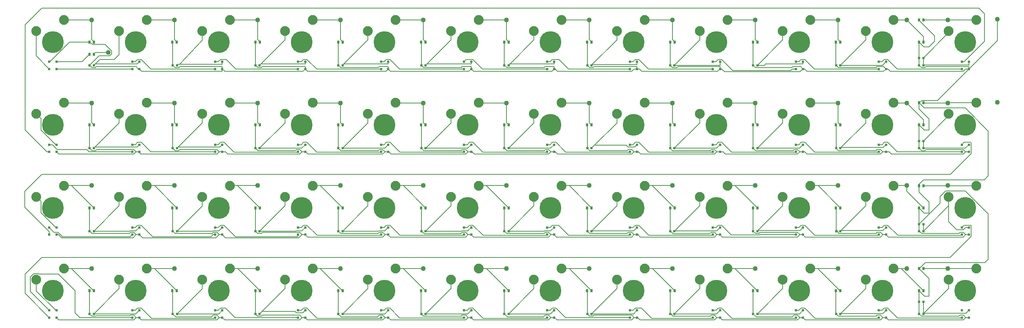
<source format=gbr>
G04 EAGLE Gerber RS-274X export*
G75*
%MOMM*%
%FSLAX34Y34*%
%LPD*%
%INTop Copper*%
%IPPOS*%
%AMOC8*
5,1,8,0,0,1.08239X$1,22.5*%
G01*
G04 Define Apertures*
%ADD10R,0.600000X0.600000*%
%ADD11R,0.560000X0.629100*%
%ADD12R,0.535100X0.644000*%
%ADD13C,5.003800*%
%ADD14C,2.247900*%
%ADD15C,1.108000*%
%ADD16C,0.152400*%
D10*
X97100Y27360D03*
X80700Y27360D03*
X97100Y43760D03*
X80700Y43760D03*
X1807028Y27360D03*
X1790628Y27360D03*
X1807028Y43760D03*
X1790628Y43760D03*
X1997020Y27360D03*
X1980620Y27360D03*
X1997020Y43760D03*
X1980620Y43760D03*
X2187012Y27360D03*
X2170612Y27360D03*
X2187012Y43760D03*
X2170612Y43760D03*
X97100Y217352D03*
X80700Y217352D03*
X97100Y233752D03*
X80700Y233752D03*
X287092Y217352D03*
X270692Y217352D03*
X287092Y233752D03*
X270692Y233752D03*
X477084Y217352D03*
X460684Y217352D03*
X477084Y233752D03*
X460684Y233752D03*
X667076Y217352D03*
X650676Y217352D03*
X667076Y233752D03*
X650676Y233752D03*
X857068Y217352D03*
X840668Y217352D03*
X857068Y233752D03*
X840668Y233752D03*
X1047060Y217352D03*
X1030660Y217352D03*
X1047060Y233752D03*
X1030660Y233752D03*
X1237052Y217352D03*
X1220652Y217352D03*
X1237052Y233752D03*
X1220652Y233752D03*
X287092Y27360D03*
X270692Y27360D03*
X287092Y43760D03*
X270692Y43760D03*
X1427044Y217352D03*
X1410644Y217352D03*
X1427044Y233752D03*
X1410644Y233752D03*
X1617036Y217352D03*
X1600636Y217352D03*
X1617036Y233752D03*
X1600636Y233752D03*
X1807028Y217352D03*
X1790628Y217352D03*
X1807028Y233752D03*
X1790628Y233752D03*
X1997020Y217352D03*
X1980620Y217352D03*
X1997020Y233752D03*
X1980620Y233752D03*
X2187012Y217352D03*
X2170612Y217352D03*
X2187012Y233752D03*
X2170612Y233752D03*
X97100Y407344D03*
X80700Y407344D03*
X97100Y423744D03*
X80700Y423744D03*
X287092Y407344D03*
X270692Y407344D03*
X287092Y423744D03*
X270692Y423744D03*
X477084Y407344D03*
X460684Y407344D03*
X477084Y423744D03*
X460684Y423744D03*
X667076Y407344D03*
X650676Y407344D03*
X667076Y423744D03*
X650676Y423744D03*
X857068Y407344D03*
X840668Y407344D03*
X857068Y423744D03*
X840668Y423744D03*
X477084Y27360D03*
X460684Y27360D03*
X477084Y43760D03*
X460684Y43760D03*
X1047060Y407344D03*
X1030660Y407344D03*
X1047060Y423744D03*
X1030660Y423744D03*
X1237052Y407344D03*
X1220652Y407344D03*
X1237052Y423744D03*
X1220652Y423744D03*
X1427044Y407344D03*
X1410644Y407344D03*
X1427044Y423744D03*
X1410644Y423744D03*
X1617036Y407344D03*
X1600636Y407344D03*
X1617036Y423744D03*
X1600636Y423744D03*
X1807028Y407344D03*
X1790628Y407344D03*
X1807028Y423744D03*
X1790628Y423744D03*
X1997020Y407344D03*
X1980620Y407344D03*
X1997020Y423744D03*
X1980620Y423744D03*
X2187012Y407344D03*
X2170612Y407344D03*
X2187012Y423744D03*
X2170612Y423744D03*
X80700Y613736D03*
X97100Y613736D03*
X80700Y597336D03*
X97100Y597336D03*
X287092Y597336D03*
X270692Y597336D03*
X287092Y613736D03*
X270692Y613736D03*
X477084Y597336D03*
X460684Y597336D03*
X477084Y613736D03*
X460684Y613736D03*
X667076Y27360D03*
X650676Y27360D03*
X667076Y43760D03*
X650676Y43760D03*
X667076Y597336D03*
X650676Y597336D03*
X667076Y613736D03*
X650676Y613736D03*
X857068Y597336D03*
X840668Y597336D03*
X857068Y613736D03*
X840668Y613736D03*
X1047060Y597336D03*
X1030660Y597336D03*
X1047060Y613736D03*
X1030660Y613736D03*
X1237052Y597336D03*
X1220652Y597336D03*
X1237052Y613736D03*
X1220652Y613736D03*
X1427044Y597336D03*
X1410644Y597336D03*
X1427044Y613736D03*
X1410644Y613736D03*
X1617036Y597336D03*
X1600636Y597336D03*
X1617036Y613736D03*
X1600636Y613736D03*
X1807028Y597336D03*
X1790628Y597336D03*
X1807028Y613736D03*
X1790628Y613736D03*
X1997020Y597336D03*
X1980620Y597336D03*
X1997020Y613736D03*
X1980620Y613736D03*
X2187012Y597336D03*
X2170612Y597336D03*
X2187012Y613736D03*
X2170612Y613736D03*
X857068Y27360D03*
X840668Y27360D03*
X857068Y43760D03*
X840668Y43760D03*
X1047060Y27360D03*
X1030660Y27360D03*
X1047060Y43760D03*
X1030660Y43760D03*
X1237052Y27360D03*
X1220652Y27360D03*
X1237052Y43760D03*
X1220652Y43760D03*
X1427044Y27360D03*
X1410644Y27360D03*
X1427044Y43760D03*
X1410644Y43760D03*
X1617036Y27360D03*
X1600636Y27360D03*
X1617036Y43760D03*
X1600636Y43760D03*
D11*
X172954Y35560D03*
X182646Y35560D03*
X1882882Y35560D03*
X1892574Y35560D03*
X2072874Y63500D03*
X2082566Y63500D03*
X2072874Y35560D03*
X2082566Y35560D03*
X172954Y225552D03*
X182646Y225552D03*
X363454Y225552D03*
X373146Y225552D03*
X552938Y225552D03*
X562630Y225552D03*
X742930Y225552D03*
X752622Y225552D03*
X932922Y225552D03*
X942614Y225552D03*
X1122914Y225552D03*
X1132606Y225552D03*
X1312906Y225552D03*
X1322598Y225552D03*
X363454Y35560D03*
X373146Y35560D03*
X1502898Y225552D03*
X1512590Y225552D03*
X1692890Y225552D03*
X1702582Y225552D03*
X1882882Y225552D03*
X1892574Y225552D03*
X2072874Y241300D03*
X2082566Y241300D03*
X2072874Y225552D03*
X2082566Y225552D03*
X172954Y415544D03*
X182646Y415544D03*
X363454Y415544D03*
X373146Y415544D03*
X552938Y415544D03*
X562630Y415544D03*
X742930Y415544D03*
X752622Y415544D03*
X932922Y415544D03*
X942614Y415544D03*
X552938Y35560D03*
X562630Y35560D03*
X1122914Y415544D03*
X1132606Y415544D03*
X1312906Y415544D03*
X1322598Y415544D03*
X1502898Y415544D03*
X1512590Y415544D03*
X1692890Y415544D03*
X1702582Y415544D03*
X1882882Y415544D03*
X1892574Y415544D03*
X2072874Y431800D03*
X2082566Y431800D03*
X2072874Y415544D03*
X2082566Y415544D03*
X172954Y605536D03*
X182646Y605536D03*
X363454Y605536D03*
X373146Y605536D03*
X552938Y605536D03*
X562630Y605536D03*
X742930Y35560D03*
X752622Y35560D03*
X742930Y605536D03*
X752622Y605536D03*
X932922Y605536D03*
X942614Y605536D03*
X1122914Y605536D03*
X1132606Y605536D03*
X1312906Y605536D03*
X1322598Y605536D03*
X1502898Y605536D03*
X1512590Y605536D03*
X1692890Y605536D03*
X1702582Y605536D03*
X1882882Y605536D03*
X1892574Y605536D03*
X2072874Y622300D03*
X2082566Y622300D03*
X2072874Y605536D03*
X2082566Y605536D03*
X932922Y35560D03*
X942614Y35560D03*
X1122914Y35560D03*
X1132606Y35560D03*
X1312906Y35560D03*
X1322598Y35560D03*
X1502898Y35560D03*
X1512590Y35560D03*
X1692890Y35560D03*
X1702582Y35560D03*
D12*
X172725Y88900D03*
X182875Y88900D03*
X1882653Y88900D03*
X1892803Y88900D03*
X2072645Y88900D03*
X2082795Y88900D03*
X2072645Y139700D03*
X2082795Y139700D03*
X172725Y278892D03*
X182875Y278892D03*
X362717Y278892D03*
X372867Y278892D03*
X552709Y278892D03*
X562859Y278892D03*
X742701Y278892D03*
X752851Y278892D03*
X932693Y278892D03*
X942843Y278892D03*
X1122685Y278892D03*
X1132835Y278892D03*
X1312677Y278892D03*
X1322827Y278892D03*
X362717Y88900D03*
X372867Y88900D03*
X1502669Y278892D03*
X1512819Y278892D03*
X1692661Y278892D03*
X1702811Y278892D03*
X1882653Y278892D03*
X1892803Y278892D03*
X2072645Y278892D03*
X2082795Y278892D03*
X2072645Y329692D03*
X2082795Y329692D03*
X172725Y468884D03*
X182875Y468884D03*
X362717Y468884D03*
X372867Y468884D03*
X552709Y468884D03*
X562859Y468884D03*
X742701Y468884D03*
X752851Y468884D03*
X932693Y468884D03*
X942843Y468884D03*
X552709Y88900D03*
X562859Y88900D03*
X1122685Y468884D03*
X1132835Y468884D03*
X1312677Y468884D03*
X1322827Y468884D03*
X1502669Y468884D03*
X1512819Y468884D03*
X1692661Y468884D03*
X1702811Y468884D03*
X1882653Y468884D03*
X1892803Y468884D03*
X2072645Y468884D03*
X2082795Y468884D03*
X2072645Y519684D03*
X2082795Y519684D03*
X172725Y658876D03*
X182875Y658876D03*
X362717Y658876D03*
X372867Y658876D03*
X552709Y658876D03*
X562859Y658876D03*
X742701Y88900D03*
X752851Y88900D03*
X742701Y658876D03*
X752851Y658876D03*
X932693Y658876D03*
X942843Y658876D03*
X1122685Y658876D03*
X1132835Y658876D03*
X1312677Y658876D03*
X1322827Y658876D03*
X1502669Y658876D03*
X1512819Y658876D03*
X1692661Y658876D03*
X1702811Y658876D03*
X1882653Y658876D03*
X1892803Y658876D03*
X2072645Y658876D03*
X2082795Y658876D03*
X2072645Y709676D03*
X2082795Y709676D03*
X172725Y630936D03*
X182875Y630936D03*
X932693Y88900D03*
X942843Y88900D03*
X1122685Y88900D03*
X1132835Y88900D03*
X1312677Y88900D03*
X1322827Y88900D03*
X1502669Y88900D03*
X1512819Y88900D03*
X1692661Y88900D03*
X1702811Y88900D03*
D13*
X88900Y88900D03*
D14*
X50800Y114300D03*
X114300Y139700D03*
D13*
X1798828Y88900D03*
D14*
X1760728Y114300D03*
X1824228Y139700D03*
D13*
X1988820Y88900D03*
D14*
X1950720Y114300D03*
X2014220Y139700D03*
D13*
X2178812Y88900D03*
D14*
X2140712Y114300D03*
X2204212Y139700D03*
D13*
X88900Y278892D03*
D14*
X50800Y304292D03*
X114300Y329692D03*
D13*
X278892Y278892D03*
D14*
X240792Y304292D03*
X304292Y329692D03*
D13*
X468884Y278892D03*
D14*
X430784Y304292D03*
X494284Y329692D03*
D13*
X658876Y278892D03*
D14*
X620776Y304292D03*
X684276Y329692D03*
D13*
X848868Y278892D03*
D14*
X810768Y304292D03*
X874268Y329692D03*
D13*
X1038860Y278892D03*
D14*
X1000760Y304292D03*
X1064260Y329692D03*
D13*
X1228852Y278892D03*
D14*
X1190752Y304292D03*
X1254252Y329692D03*
D13*
X278892Y88900D03*
D14*
X240792Y114300D03*
X304292Y139700D03*
D13*
X1418844Y278892D03*
D14*
X1380744Y304292D03*
X1444244Y329692D03*
D13*
X1608836Y278892D03*
D14*
X1570736Y304292D03*
X1634236Y329692D03*
D13*
X1798828Y278892D03*
D14*
X1760728Y304292D03*
X1824228Y329692D03*
D13*
X1988820Y278892D03*
D14*
X1950720Y304292D03*
X2014220Y329692D03*
D13*
X2178812Y278892D03*
D14*
X2140712Y304292D03*
X2204212Y329692D03*
D13*
X88900Y468884D03*
D14*
X50800Y494284D03*
X114300Y519684D03*
D13*
X278892Y468884D03*
D14*
X240792Y494284D03*
X304292Y519684D03*
D13*
X468884Y468884D03*
D14*
X430784Y494284D03*
X494284Y519684D03*
D13*
X658876Y468884D03*
D14*
X620776Y494284D03*
X684276Y519684D03*
D13*
X848868Y468884D03*
D14*
X810768Y494284D03*
X874268Y519684D03*
D13*
X468884Y88900D03*
D14*
X430784Y114300D03*
X494284Y139700D03*
D13*
X1038860Y468884D03*
D14*
X1000760Y494284D03*
X1064260Y519684D03*
D13*
X1228852Y468884D03*
D14*
X1190752Y494284D03*
X1254252Y519684D03*
D13*
X1418844Y468884D03*
D14*
X1380744Y494284D03*
X1444244Y519684D03*
D13*
X1608836Y468884D03*
D14*
X1570736Y494284D03*
X1634236Y519684D03*
D13*
X1798828Y468884D03*
D14*
X1760728Y494284D03*
X1824228Y519684D03*
D13*
X1988820Y468884D03*
D14*
X1950720Y494284D03*
X2014220Y519684D03*
D13*
X2178812Y468884D03*
D14*
X2140712Y494284D03*
X2204212Y519684D03*
D13*
X88900Y658876D03*
D14*
X50800Y684276D03*
X114300Y709676D03*
D13*
X278892Y658876D03*
D14*
X240792Y684276D03*
X304292Y709676D03*
D13*
X468884Y658876D03*
D14*
X430784Y684276D03*
X494284Y709676D03*
D13*
X658876Y88900D03*
D14*
X620776Y114300D03*
X684276Y139700D03*
D13*
X658876Y658876D03*
D14*
X620776Y684276D03*
X684276Y709676D03*
D13*
X848868Y658876D03*
D14*
X810768Y684276D03*
X874268Y709676D03*
D13*
X1038860Y658876D03*
D14*
X1000760Y684276D03*
X1064260Y709676D03*
D13*
X1228852Y658876D03*
D14*
X1190752Y684276D03*
X1254252Y709676D03*
D13*
X1418844Y658876D03*
D14*
X1380744Y684276D03*
X1444244Y709676D03*
D13*
X1608836Y658876D03*
D14*
X1570736Y684276D03*
X1634236Y709676D03*
D13*
X1798828Y658876D03*
D14*
X1760728Y684276D03*
X1824228Y709676D03*
D13*
X1988820Y658876D03*
D14*
X1950720Y684276D03*
X2014220Y709676D03*
D13*
X2178812Y658876D03*
D14*
X2140712Y684276D03*
X2204212Y709676D03*
D13*
X848868Y88900D03*
D14*
X810768Y114300D03*
X874268Y139700D03*
D13*
X1038860Y88900D03*
D14*
X1000760Y114300D03*
X1064260Y139700D03*
D13*
X1228852Y88900D03*
D14*
X1190752Y114300D03*
X1254252Y139700D03*
D13*
X1418844Y88900D03*
D14*
X1380744Y114300D03*
X1444244Y139700D03*
D13*
X1608836Y88900D03*
D14*
X1570736Y114300D03*
X1634236Y139700D03*
D15*
X747776Y519430D03*
X557784Y519430D03*
X367792Y519430D03*
X177800Y519430D03*
X2138680Y709930D03*
X2044700Y709930D03*
X1887728Y709930D03*
X1697736Y709930D03*
X1507744Y709930D03*
X1317752Y709930D03*
X1127760Y709930D03*
X937768Y709930D03*
X747776Y709930D03*
X557784Y709930D03*
X367792Y709930D03*
X177800Y709930D03*
X2251964Y711200D03*
X2251964Y520700D03*
X1507744Y330200D03*
X1317752Y330200D03*
X1127760Y330200D03*
X937768Y330200D03*
X747776Y330200D03*
X557784Y330200D03*
X367792Y330200D03*
X177800Y330200D03*
X2138680Y519430D03*
X2044700Y519430D03*
X1887728Y519430D03*
X1697736Y519430D03*
X1507744Y519430D03*
X1317752Y519430D03*
X1127760Y519430D03*
X937768Y519430D03*
X2138680Y139700D03*
X2044700Y139700D03*
X1887728Y139700D03*
X1697736Y139700D03*
X1507744Y139700D03*
X1317752Y139700D03*
X1127760Y139700D03*
X937768Y139700D03*
X747776Y139700D03*
X557784Y139700D03*
X367792Y139700D03*
X177800Y139700D03*
X2138680Y330200D03*
X2044700Y330200D03*
X1887728Y330200D03*
X1697736Y330200D03*
X215900Y635000D03*
D16*
X172954Y88671D02*
X172954Y35560D01*
X172954Y88671D02*
X172725Y88900D01*
X363454Y88163D02*
X363454Y35560D01*
X363454Y88163D02*
X362717Y88900D01*
X742930Y88671D02*
X742930Y35560D01*
X742930Y88671D02*
X742701Y88900D01*
X932693Y35789D02*
X932922Y35560D01*
X932693Y35789D02*
X932693Y88900D01*
X1122914Y88671D02*
X1122914Y35560D01*
X1122914Y88671D02*
X1122685Y88900D01*
X1312906Y88671D02*
X1312906Y35560D01*
X1312906Y88671D02*
X1312677Y88900D01*
X1502898Y88671D02*
X1502898Y38100D01*
X1502898Y35560D01*
X1502898Y88671D02*
X1502669Y88900D01*
X1692661Y35789D02*
X1692890Y35560D01*
X1692661Y35789D02*
X1692661Y88900D01*
X1882653Y35789D02*
X1882882Y35560D01*
X1882653Y35789D02*
X1882653Y88900D01*
X2072874Y63500D02*
X2072874Y35560D01*
X2072874Y63500D02*
X2072645Y63729D01*
X2072645Y88900D01*
X2085345Y76200D01*
X2095500Y76200D01*
X2095500Y116845D01*
X2072645Y139700D01*
X172954Y225552D02*
X172954Y226066D01*
X172954Y278663D01*
X172725Y278892D01*
X363454Y278155D02*
X363454Y225552D01*
X363454Y278155D02*
X362717Y278892D01*
X552938Y278663D02*
X552938Y225552D01*
X552938Y278663D02*
X552709Y278892D01*
X742930Y278663D02*
X742930Y225552D01*
X742930Y278663D02*
X742701Y278892D01*
X932922Y278663D02*
X932922Y225552D01*
X932922Y278663D02*
X932693Y278892D01*
X1122914Y278663D02*
X1122914Y225552D01*
X1122914Y278663D02*
X1122685Y278892D01*
X1312906Y278663D02*
X1312906Y225552D01*
X1312906Y278663D02*
X1312677Y278892D01*
X1502898Y278663D02*
X1502898Y226066D01*
X1502898Y225552D01*
X1502898Y278663D02*
X1502669Y278892D01*
X1692890Y278663D02*
X1692890Y225552D01*
X1692890Y278663D02*
X1692661Y278892D01*
X1882882Y278663D02*
X1882882Y228600D01*
X1882882Y225552D01*
X1882882Y278663D02*
X1882653Y278892D01*
X2072645Y278892D02*
X2072645Y241529D01*
X2072874Y241300D01*
X2072874Y225552D01*
X2084837Y266700D02*
X2072645Y278892D01*
X2084837Y266700D02*
X2095500Y266700D01*
X2095500Y292100D01*
X2072645Y314955D02*
X2072645Y329692D01*
X2072645Y314955D02*
X2095500Y292100D01*
X172954Y415544D02*
X172954Y468655D01*
X172725Y468884D01*
X363454Y468147D02*
X363454Y415544D01*
X363454Y468147D02*
X362717Y468884D01*
X363454Y605536D02*
X363454Y658139D01*
X362717Y658876D01*
X552938Y658647D02*
X552938Y605536D01*
X552938Y658647D02*
X552709Y658876D01*
X552938Y468655D02*
X552938Y415544D01*
X552938Y468655D02*
X552709Y468884D01*
X742930Y605536D02*
X742930Y658647D01*
X742701Y658876D01*
X742930Y468655D02*
X742930Y415544D01*
X742930Y468655D02*
X742701Y468884D01*
X932922Y468655D02*
X932922Y415544D01*
X932922Y468655D02*
X932693Y468884D01*
X932922Y605536D02*
X932922Y658647D01*
X932693Y658876D01*
X1122914Y468655D02*
X1122914Y415544D01*
X1122914Y468655D02*
X1122685Y468884D01*
X1122914Y605536D02*
X1122914Y658647D01*
X1122685Y658876D01*
X1312906Y658647D02*
X1312906Y605536D01*
X1312906Y658647D02*
X1312677Y658876D01*
X1312906Y468655D02*
X1312906Y415544D01*
X1312906Y468655D02*
X1312677Y468884D01*
X1502898Y468655D02*
X1502898Y415544D01*
X1502898Y468655D02*
X1502669Y468884D01*
X1502898Y605536D02*
X1502898Y658647D01*
X1502669Y658876D01*
X1692890Y658647D02*
X1692890Y605536D01*
X1692890Y658647D02*
X1692661Y658876D01*
X1692890Y468655D02*
X1692890Y415544D01*
X1692890Y468655D02*
X1692661Y468884D01*
X1882882Y468655D02*
X1882882Y415544D01*
X1882882Y468655D02*
X1882653Y468884D01*
X1882653Y605765D02*
X1882653Y658876D01*
X1882653Y605765D02*
X1882882Y605536D01*
X2072874Y431800D02*
X2072874Y415544D01*
X2072874Y431800D02*
X2072645Y432029D01*
X2072645Y468884D01*
X2072874Y605536D02*
X2072874Y622300D01*
X2072645Y622529D01*
X2072645Y658876D01*
X2072645Y468884D02*
X2084329Y457200D01*
X2095500Y457200D01*
X2072645Y505455D02*
X2072645Y519684D01*
X2083821Y647700D02*
X2072645Y658876D01*
X2083821Y647700D02*
X2095500Y647700D01*
X2108200Y660400D01*
X2108200Y673100D01*
X2072645Y708655D01*
X2072645Y709676D01*
X2095500Y482600D02*
X2095500Y457200D01*
X2095500Y482600D02*
X2072645Y505455D01*
X194592Y627174D02*
X172954Y605536D01*
X179253Y653370D02*
X173747Y658876D01*
X172725Y658876D01*
X194592Y627174D02*
X219142Y627174D01*
X223726Y631758D01*
X223726Y638242D01*
X208598Y653370D01*
X179253Y653370D01*
X172725Y658876D02*
X127515Y658876D01*
X82375Y613736D01*
X80700Y613736D01*
X178899Y600105D02*
X186393Y600105D01*
X173468Y605536D02*
X172954Y605536D01*
X173468Y605536D02*
X178899Y600105D01*
X186393Y600105D02*
X188910Y602622D01*
X279400Y602622D01*
X477084Y602622D02*
X477084Y597336D01*
X477084Y602622D02*
X380537Y602622D01*
X378020Y600105D01*
X368886Y600105D01*
X363454Y605536D01*
X287092Y597336D02*
X284686Y597336D01*
X279400Y602622D01*
X287092Y597336D02*
X287353Y597336D01*
X477084Y597336D02*
X477084Y592050D01*
X292639Y592050D02*
X287353Y597336D01*
X292639Y592050D02*
X477084Y592050D01*
X667076Y597336D02*
X667076Y602622D01*
X553452Y605536D02*
X552938Y605536D01*
X558883Y600105D02*
X566377Y600105D01*
X558883Y600105D02*
X553452Y605536D01*
X568894Y602622D02*
X667076Y602622D01*
X568894Y602622D02*
X566377Y600105D01*
X836721Y602622D02*
X857068Y602622D01*
X857068Y597336D01*
X836721Y602622D02*
X834204Y600105D01*
X748362Y600105D01*
X742930Y605536D01*
X1024196Y600105D02*
X1026713Y602622D01*
X1024196Y600105D02*
X938354Y600105D01*
X932922Y605536D01*
X1047060Y602622D02*
X1047060Y597336D01*
X1047060Y602622D02*
X1026713Y602622D01*
X1237052Y602622D02*
X1237052Y597336D01*
X1237052Y602622D02*
X1216705Y602622D01*
X1214188Y600105D01*
X1128346Y600105D01*
X1122914Y605536D01*
X667076Y597336D02*
X661790Y592050D01*
X482370Y592050D01*
X477084Y597336D01*
X851782Y592050D02*
X857068Y597336D01*
X672362Y592050D02*
X667076Y597336D01*
X672362Y592050D02*
X851782Y592050D01*
X1041774Y592050D02*
X1047060Y597336D01*
X862354Y592050D02*
X857068Y597336D01*
X862354Y592050D02*
X1041774Y592050D01*
X1047060Y597336D02*
X1052346Y592050D01*
X1231766Y592050D01*
X1237052Y597336D01*
X1427044Y597336D02*
X1427044Y602622D01*
X1328862Y602622D01*
X1326345Y600105D01*
X1318338Y600105D01*
X1312906Y605536D01*
X1419877Y597336D02*
X1427044Y597336D01*
X1419877Y597336D02*
X1414591Y592050D01*
X1611750Y592050D02*
X1617036Y597336D01*
X1617036Y602622D01*
X1520489Y602622D01*
X1518251Y600384D01*
X1516616Y600384D01*
X1239853Y597336D02*
X1237052Y597336D01*
X1239853Y597336D02*
X1245139Y592050D01*
X1414591Y592050D01*
X1427044Y597336D02*
X1432564Y597336D01*
X1437850Y592050D01*
X1611750Y592050D01*
X1516616Y600384D02*
X1516337Y600105D01*
X1508330Y600105D02*
X1502898Y605536D01*
X1508330Y600105D02*
X1516337Y600105D01*
X1692890Y605536D02*
X1698322Y600105D01*
X1800496Y590804D02*
X1807028Y597336D01*
X1811353Y597336D02*
X1816639Y592050D01*
X1888314Y600105D02*
X1974156Y600105D01*
X1888314Y600105D02*
X1882882Y605536D01*
X1991734Y592050D02*
X1997020Y597336D01*
X1991734Y592050D02*
X1816639Y592050D01*
X1811353Y597336D02*
X1807028Y597336D01*
X2179845Y597336D02*
X2187012Y597336D01*
X2187012Y602622D01*
X2088830Y602622D01*
X2086313Y600105D01*
X2078306Y600105D01*
X2072874Y605536D01*
X2187012Y597336D02*
X2251964Y662288D01*
X2251964Y711200D01*
X2073667Y519684D02*
X2072645Y519684D01*
X2073667Y519684D02*
X2079173Y525190D01*
X2114866Y525190D02*
X2187012Y597336D01*
X2114866Y525190D02*
X2079173Y525190D01*
X2073388Y415544D02*
X2072874Y415544D01*
X2073388Y415544D02*
X2078819Y410113D01*
X2231390Y454921D02*
X2231390Y352108D01*
X2198610Y343218D02*
X2198292Y342900D01*
X2082800Y342900D01*
X2198610Y343218D02*
X2222500Y343218D01*
X2082800Y342900D02*
X2072645Y332745D01*
X2072645Y329692D01*
X2072874Y225552D02*
X2073388Y225552D01*
X2078819Y220121D01*
X2231390Y264929D02*
X2231390Y161290D01*
X2223326Y153226D01*
X2073667Y139700D02*
X2072645Y139700D01*
X2087192Y153226D02*
X2223326Y153226D01*
X2087192Y153226D02*
X2073667Y139700D01*
X2231390Y264929D02*
X2178819Y317500D01*
X274639Y402058D02*
X102386Y402058D01*
X97100Y407344D01*
X274639Y402058D02*
X279925Y407344D01*
X287092Y407344D01*
X279925Y407344D02*
X274639Y412630D01*
X188910Y412630D01*
X186393Y410113D01*
X178386Y410113D01*
X172954Y415544D01*
X464631Y402058D02*
X469917Y407344D01*
X477084Y407344D01*
X469917Y407344D02*
X464631Y412630D01*
X379410Y412630D01*
X376893Y410113D01*
X368886Y410113D01*
X363454Y415544D01*
X654623Y402058D02*
X659909Y407344D01*
X484149Y407344D02*
X477084Y407344D01*
X484149Y407344D02*
X489435Y402058D01*
X654623Y402058D01*
X654623Y412630D02*
X646729Y412630D01*
X659909Y407344D02*
X667076Y407344D01*
X643547Y409448D02*
X559034Y409448D01*
X654623Y412630D02*
X659909Y407344D01*
X646729Y412630D02*
X643547Y409448D01*
X559034Y409448D02*
X552938Y415544D01*
X667076Y407344D02*
X667845Y407344D01*
X844615Y402058D02*
X849901Y407344D01*
X673131Y402058D02*
X667845Y407344D01*
X673131Y402058D02*
X844615Y402058D01*
X849901Y407344D02*
X857068Y407344D01*
X834204Y410113D02*
X748362Y410113D01*
X742930Y415544D01*
X836721Y412630D02*
X844615Y412630D01*
X849901Y407344D01*
X836721Y412630D02*
X834204Y410113D01*
X1034607Y402058D02*
X1039893Y407344D01*
X858345Y407344D02*
X857068Y407344D01*
X858345Y407344D02*
X863631Y402058D01*
X1034607Y402058D01*
X1034607Y412630D02*
X1026713Y412630D01*
X1039893Y407344D02*
X1047060Y407344D01*
X1039893Y407344D02*
X1034607Y412630D01*
X1026713Y412630D02*
X1024196Y410113D01*
X938354Y410113D01*
X932922Y415544D01*
X1224599Y402058D02*
X1229885Y407344D01*
X1048845Y407344D02*
X1047060Y407344D01*
X1048845Y407344D02*
X1054131Y402058D01*
X1224599Y402058D01*
X1224599Y412630D02*
X1216705Y412630D01*
X1229885Y407344D02*
X1237052Y407344D01*
X1229885Y407344D02*
X1224599Y412630D01*
X1216705Y412630D02*
X1214188Y410113D01*
X1128346Y410113D01*
X1122914Y415544D01*
X1414591Y402058D02*
X1419877Y407344D01*
X1239345Y407344D02*
X1237052Y407344D01*
X1239345Y407344D02*
X1244631Y402058D01*
X1414591Y402058D01*
X1414591Y412630D02*
X1406697Y412630D01*
X1419877Y407344D02*
X1427044Y407344D01*
X1419877Y407344D02*
X1414591Y412630D01*
X1406697Y412630D02*
X1404180Y410113D01*
X1318338Y410113D01*
X1312906Y415544D01*
X1427044Y407344D02*
X1429845Y407344D01*
X1604583Y402058D02*
X1609869Y407344D01*
X1604583Y402058D02*
X1435131Y402058D01*
X1429845Y407344D01*
X1609869Y407344D02*
X1617036Y407344D01*
X1594172Y410113D02*
X1508330Y410113D01*
X1502898Y415544D01*
X1596689Y412630D02*
X1604583Y412630D01*
X1609869Y407344D01*
X1596689Y412630D02*
X1594172Y410113D01*
X1617036Y407344D02*
X1624101Y407344D01*
X1794575Y402058D02*
X1799861Y407344D01*
X1629387Y402058D02*
X1624101Y407344D01*
X1629387Y402058D02*
X1794575Y402058D01*
X1799861Y407344D02*
X1807028Y407344D01*
X1698322Y410113D02*
X1692890Y415544D01*
X1786681Y412630D02*
X1794575Y412630D01*
X1799861Y407344D01*
X1786681Y412630D02*
X1784164Y410113D01*
X1698322Y410113D01*
X1807028Y407344D02*
X1810845Y407344D01*
X1984567Y402058D02*
X1989853Y407344D01*
X1984567Y402058D02*
X1816131Y402058D01*
X1810845Y407344D01*
X1976673Y412630D02*
X1984567Y412630D01*
X1989853Y407344D02*
X1997020Y407344D01*
X1989853Y407344D02*
X1984567Y412630D01*
X1976673Y412630D02*
X1974156Y410113D01*
X1888314Y410113D01*
X1882882Y415544D01*
X1997020Y407344D02*
X2004085Y407344D01*
X2174559Y402058D02*
X2179845Y407344D01*
X2009371Y402058D02*
X2004085Y407344D01*
X2009371Y402058D02*
X2174559Y402058D01*
X2179845Y407344D02*
X2187012Y407344D01*
X2179845Y407344D02*
X2174559Y412630D01*
X2086313Y410113D02*
X2078819Y410113D01*
X2166665Y412630D02*
X2174559Y412630D01*
X2166665Y412630D02*
X2166531Y412496D01*
X2088696Y412496D01*
X2086313Y410113D01*
X2084329Y508000D02*
X2072645Y519684D01*
X2084329Y508000D02*
X2178311Y508000D01*
X2231390Y454921D01*
X102022Y217352D02*
X97100Y217352D01*
X279925Y217352D02*
X287092Y217352D01*
X109570Y209804D02*
X102022Y217352D01*
X109570Y209804D02*
X272377Y209804D01*
X279925Y217352D01*
X178899Y220121D02*
X172954Y226066D01*
X266745Y222638D02*
X274639Y222638D01*
X279925Y217352D01*
X464631Y222638D02*
X469917Y217352D01*
X646729Y222638D02*
X654623Y222638D01*
X646729Y222638D02*
X646595Y222504D01*
X654623Y222638D02*
X659909Y217352D01*
X836721Y222638D02*
X844615Y222638D01*
X849901Y217352D01*
X939526Y218948D02*
X1023023Y218948D01*
X939526Y218948D02*
X932922Y225552D01*
X1026713Y222638D02*
X1034607Y222638D01*
X1039893Y217352D01*
X1026713Y222638D02*
X1023023Y218948D01*
X1216705Y222638D02*
X1224599Y222638D01*
X1229885Y217352D01*
X1406697Y222638D02*
X1414591Y222638D01*
X1419877Y217352D01*
X1406697Y222638D02*
X1404180Y220121D01*
X1318338Y220121D01*
X1312906Y225552D01*
X1604583Y212066D02*
X1609869Y217352D01*
X1604583Y222638D02*
X1596689Y222638D01*
X1609869Y217352D02*
X1617036Y217352D01*
X1592999Y218948D02*
X1510016Y218948D01*
X1604583Y222638D02*
X1609869Y217352D01*
X1596689Y222638D02*
X1592999Y218948D01*
X1510016Y218948D02*
X1502898Y226066D01*
X1794575Y222638D02*
X1799861Y217352D01*
X1794575Y222638D02*
X1708846Y222638D01*
X1706329Y220121D01*
X1698322Y220121D01*
X1692890Y225552D01*
X1976673Y222638D02*
X1984567Y222638D01*
X1888827Y220121D02*
X1887488Y221460D01*
X1887488Y223994D01*
X1882882Y228600D01*
X1984567Y222638D02*
X1989853Y217352D01*
X1976673Y222638D02*
X1974156Y220121D01*
X1888827Y220121D01*
X2166665Y222638D02*
X2174559Y222638D01*
X2179845Y217352D01*
X2120900Y289326D02*
X2072874Y241300D01*
X2120900Y289326D02*
X2120900Y304800D01*
X2146315Y317818D02*
X2146632Y317500D01*
X2133918Y317818D02*
X2120900Y304800D01*
X2133918Y317818D02*
X2146315Y317818D01*
X2146632Y317500D02*
X2178819Y317500D01*
X274639Y32646D02*
X266745Y32646D01*
X274639Y32646D02*
X279925Y27360D01*
X464631Y22074D02*
X469917Y27360D01*
X477084Y27360D01*
X452539Y28448D02*
X370566Y28448D01*
X363454Y35560D01*
X456737Y32646D02*
X464631Y32646D01*
X469917Y27360D01*
X456737Y32646D02*
X452539Y28448D01*
X654623Y32646D02*
X659909Y27360D01*
X836721Y32646D02*
X844615Y32646D01*
X832523Y28448D02*
X749300Y28448D01*
X844615Y32646D02*
X849901Y27360D01*
X836721Y32646D02*
X832523Y28448D01*
X749300Y28448D02*
X742930Y34818D01*
X742930Y35560D01*
X1039893Y27360D02*
X1047060Y27360D01*
X1034607Y32646D02*
X1026713Y32646D01*
X1034607Y32646D02*
X1039893Y27360D01*
X1130026Y28448D02*
X1212507Y28448D01*
X1130026Y28448D02*
X1122914Y35560D01*
X1216705Y32646D02*
X1224599Y32646D01*
X1229885Y27360D01*
X1216705Y32646D02*
X1212507Y28448D01*
X1414591Y32646D02*
X1419877Y27360D01*
X1596689Y22074D02*
X1604583Y22074D01*
X1609869Y27360D01*
X1596689Y22074D02*
X1596411Y22352D01*
X1508843Y30129D02*
X1507504Y31468D01*
X1507504Y33494D01*
X1502898Y38100D01*
X1609869Y27360D02*
X1617036Y27360D01*
X1594172Y30129D02*
X1508843Y30129D01*
X1596689Y32646D02*
X1604583Y32646D01*
X1609869Y27360D01*
X1596689Y32646D02*
X1594172Y30129D01*
X1700002Y28448D02*
X1782483Y28448D01*
X1700002Y28448D02*
X1692890Y35560D01*
X1786681Y32646D02*
X1794575Y32646D01*
X1799861Y27360D01*
X1786681Y32646D02*
X1782483Y28448D01*
X1976673Y32646D02*
X1984567Y32646D01*
X1989853Y27360D01*
X1976673Y32646D02*
X1974156Y30129D01*
X1888314Y30129D01*
X1882882Y35560D01*
X2166665Y32646D02*
X2174559Y32646D01*
X2179845Y27360D01*
X290735Y402058D02*
X287092Y405701D01*
X287092Y407344D01*
X290735Y402058D02*
X464631Y402058D01*
X287092Y217352D02*
X294640Y209804D01*
X456737Y222638D02*
X464631Y222638D01*
X456737Y222638D02*
X454220Y220121D01*
X368886Y220121D01*
X363454Y225552D01*
X477084Y217352D02*
X484632Y209804D01*
X834204Y220121D02*
X836721Y222638D01*
X834204Y220121D02*
X748362Y220121D01*
X742930Y225552D01*
X672362Y212066D02*
X667076Y217352D01*
X857068Y217352D02*
X862354Y212066D01*
X1214188Y220121D02*
X1216705Y222638D01*
X1214188Y220121D02*
X1128346Y220121D01*
X1122914Y225552D01*
X1052346Y212066D02*
X1047060Y217352D01*
X1237052Y217352D02*
X1242338Y212066D01*
X1617036Y217352D02*
X1622322Y212066D01*
X1807028Y217352D02*
X1812314Y212066D01*
X2164148Y220121D02*
X2166665Y222638D01*
X2164148Y220121D02*
X2078819Y220121D01*
X2002306Y212066D02*
X1997020Y217352D01*
X2166665Y32646D02*
X2164148Y30129D01*
X2078306Y30129D01*
X2072874Y35560D01*
X2002306Y22074D02*
X1997020Y27360D01*
X1812314Y22074D02*
X1807028Y27360D01*
X1622322Y22074D02*
X1617036Y27360D01*
X1414591Y32646D02*
X1328862Y32646D01*
X1326345Y30129D01*
X1318338Y30129D01*
X1312906Y35560D01*
X1419877Y27360D02*
X1427044Y27360D01*
X1419877Y27360D02*
X1414591Y22074D01*
X1238329Y27360D02*
X1237052Y27360D01*
X1243615Y22074D02*
X1414591Y22074D01*
X1243615Y22074D02*
X1238329Y27360D01*
X1052346Y22074D02*
X1047060Y27360D01*
X1052346Y22074D02*
X1224599Y22074D01*
X1229885Y27360D02*
X1237052Y27360D01*
X1229885Y27360D02*
X1224599Y22074D01*
X1026713Y32646D02*
X1024196Y30129D01*
X938354Y30129D01*
X932922Y35560D01*
X1034607Y22074D02*
X1039893Y27360D01*
X672362Y22074D02*
X667076Y27360D01*
X672362Y22074D02*
X844615Y22074D01*
X849901Y27360D02*
X857068Y27360D01*
X849901Y27360D02*
X844615Y22074D01*
X654623Y32646D02*
X568894Y32646D01*
X566377Y30129D01*
X558370Y30129D01*
X552938Y35560D01*
X482370Y22074D02*
X477084Y27360D01*
X482370Y22074D02*
X654623Y22074D01*
X659909Y27360D02*
X667076Y27360D01*
X659909Y27360D02*
X654623Y22074D01*
X266745Y32646D02*
X265595Y31496D01*
X187760Y31496D01*
X186393Y30129D01*
X178386Y30129D01*
X172954Y35560D01*
X102386Y22074D02*
X97100Y27360D01*
X279925Y27360D02*
X287092Y27360D01*
X279925Y27360D02*
X274639Y22074D01*
X102386Y22074D01*
X1427044Y217352D02*
X1429337Y217352D01*
X1434623Y212066D01*
X1604583Y212066D01*
X1428829Y27360D02*
X1427044Y27360D01*
X1428829Y27360D02*
X1433837Y22352D01*
X1596411Y22352D01*
X857329Y27360D02*
X857068Y27360D01*
X857329Y27360D02*
X862615Y22074D01*
X1034607Y22074D01*
X291115Y22074D02*
X287092Y26097D01*
X287092Y27360D01*
X291115Y22074D02*
X464631Y22074D01*
X1617036Y597336D02*
X1620853Y597336D01*
X1627385Y590804D01*
X1800496Y590804D01*
X1997020Y597336D02*
X2001853Y597336D01*
X2174559Y592050D02*
X2179845Y597336D01*
X2007139Y592050D02*
X2001853Y597336D01*
X2007139Y592050D02*
X2174559Y592050D01*
X266745Y222638D02*
X264228Y220121D01*
X178899Y220121D01*
X568760Y222504D02*
X646595Y222504D01*
X568760Y222504D02*
X566377Y220121D01*
X558370Y220121D01*
X552938Y225552D01*
X672362Y212066D02*
X844615Y212066D01*
X849901Y217352D02*
X857068Y217352D01*
X849901Y217352D02*
X844615Y212066D01*
X862354Y212066D02*
X1034607Y212066D01*
X1039893Y217352D02*
X1047060Y217352D01*
X1039893Y217352D02*
X1034607Y212066D01*
X1229885Y217352D02*
X1237052Y217352D01*
X1229885Y217352D02*
X1224599Y212066D01*
X1052346Y212066D01*
X1242338Y212066D02*
X1414591Y212066D01*
X1419877Y217352D02*
X1427044Y217352D01*
X1419877Y217352D02*
X1414591Y212066D01*
X1622322Y212066D02*
X1794575Y212066D01*
X1799861Y217352D02*
X1807028Y217352D01*
X1799861Y217352D02*
X1794575Y212066D01*
X1812314Y212066D02*
X1984567Y212066D01*
X1989853Y217352D02*
X1997020Y217352D01*
X1989853Y217352D02*
X1984567Y212066D01*
X2002306Y212066D02*
X2174559Y212066D01*
X2179845Y217352D02*
X2187012Y217352D01*
X2179845Y217352D02*
X2174559Y212066D01*
X2222500Y343218D02*
X2231390Y352108D01*
X2174559Y22074D02*
X2002306Y22074D01*
X2179845Y27360D02*
X2187012Y27360D01*
X2179845Y27360D02*
X2174559Y22074D01*
X1984567Y22074D02*
X1812314Y22074D01*
X1989853Y27360D02*
X1997020Y27360D01*
X1989853Y27360D02*
X1984567Y22074D01*
X1794575Y22074D02*
X1622322Y22074D01*
X1799861Y27360D02*
X1807028Y27360D01*
X1799861Y27360D02*
X1794575Y22074D01*
X477084Y217352D02*
X469917Y217352D01*
X462369Y209804D02*
X294640Y209804D01*
X462369Y209804D02*
X469917Y217352D01*
X659909Y217352D02*
X667076Y217352D01*
X652361Y209804D02*
X484632Y209804D01*
X652361Y209804D02*
X659909Y217352D01*
X1698322Y600105D02*
X1781205Y600105D01*
X1801742Y602622D02*
X1807028Y597336D01*
X1801742Y602622D02*
X1783722Y602622D01*
X1781205Y600105D01*
X552938Y88671D02*
X552709Y88900D01*
X552938Y88671D02*
X552938Y35560D01*
X1974156Y600105D02*
X1976673Y602622D01*
X1991734Y602622D02*
X1997020Y597336D01*
X1991734Y602622D02*
X1976673Y602622D01*
X747776Y519430D02*
X684530Y519430D01*
X684276Y519684D01*
X752851Y469429D02*
X752851Y468884D01*
X752851Y469429D02*
X747776Y474504D01*
X747776Y519430D01*
X557784Y519430D02*
X494538Y519430D01*
X494284Y519684D01*
X562859Y469429D02*
X562859Y468884D01*
X562859Y469429D02*
X557784Y474504D01*
X557784Y519430D01*
X367792Y519430D02*
X304546Y519430D01*
X304292Y519684D01*
X372867Y469429D02*
X372867Y468884D01*
X372867Y469429D02*
X367792Y474504D01*
X367792Y519430D01*
X177800Y519430D02*
X114554Y519430D01*
X114300Y519684D01*
X182875Y469429D02*
X182875Y468884D01*
X182875Y469429D02*
X177800Y474504D01*
X177800Y519430D01*
X2138934Y709676D02*
X2204212Y709676D01*
X2138934Y709676D02*
X2138680Y709930D01*
X2083049Y709930D01*
X2082795Y709676D01*
X2044700Y709930D02*
X2014474Y709930D01*
X2014220Y709676D01*
X2082795Y671835D02*
X2082795Y658876D01*
X2082795Y671835D02*
X2044700Y709930D01*
X1887728Y709930D02*
X1824482Y709930D01*
X1824228Y709676D01*
X1892803Y659421D02*
X1892803Y658876D01*
X1892803Y659421D02*
X1887728Y664496D01*
X1887728Y709930D01*
X1697736Y709930D02*
X1634490Y709930D01*
X1634236Y709676D01*
X1702811Y659421D02*
X1702811Y658876D01*
X1702811Y659421D02*
X1697736Y664496D01*
X1697736Y709930D01*
X1507744Y709930D02*
X1444498Y709930D01*
X1444244Y709676D01*
X1512819Y659421D02*
X1512819Y658876D01*
X1512819Y659421D02*
X1507744Y664496D01*
X1507744Y709930D01*
X1317752Y709930D02*
X1254506Y709930D01*
X1254252Y709676D01*
X1322827Y659421D02*
X1322827Y658876D01*
X1322827Y659421D02*
X1317752Y664496D01*
X1317752Y709930D01*
X1127760Y709930D02*
X1064514Y709930D01*
X1064260Y709676D01*
X1132835Y659421D02*
X1132835Y658876D01*
X1132835Y659421D02*
X1127760Y664496D01*
X1127760Y709930D01*
X937768Y709930D02*
X874522Y709930D01*
X874268Y709676D01*
X942843Y659421D02*
X942843Y658876D01*
X942843Y659421D02*
X937768Y664496D01*
X937768Y709930D01*
X747776Y709930D02*
X684530Y709930D01*
X684276Y709676D01*
X752851Y659421D02*
X752851Y658876D01*
X752851Y659421D02*
X747776Y664496D01*
X747776Y709930D01*
X557784Y709930D02*
X494538Y709930D01*
X494284Y709676D01*
X562859Y659421D02*
X562859Y658876D01*
X562859Y659421D02*
X557784Y664496D01*
X557784Y709930D01*
X367792Y709930D02*
X304546Y709930D01*
X304292Y709676D01*
X372867Y659421D02*
X372867Y658876D01*
X372867Y659421D02*
X367792Y664496D01*
X367792Y709930D01*
X114554Y709930D02*
X114300Y709676D01*
X114554Y709930D02*
X177800Y709930D01*
X182875Y659421D02*
X182875Y658876D01*
X182875Y659421D02*
X177800Y664496D01*
X177800Y709930D01*
X1461511Y330200D02*
X1507744Y330200D01*
X1460500Y330200D02*
X1444752Y330200D01*
X1444244Y329692D01*
X1461511Y330200D02*
X1512819Y278892D01*
X1461511Y330200D02*
X1460500Y330200D01*
X1317752Y330200D02*
X1271519Y330200D01*
X1270000Y330200D02*
X1254760Y330200D01*
X1254252Y329692D01*
X1271519Y330200D02*
X1322827Y278892D01*
X1271519Y330200D02*
X1270000Y330200D01*
X1127760Y330200D02*
X1081527Y330200D01*
X1079500Y330200D02*
X1064768Y330200D01*
X1064260Y329692D01*
X1081527Y330200D02*
X1132835Y278892D01*
X1081527Y330200D02*
X1079500Y330200D01*
X937768Y330200D02*
X891535Y330200D01*
X889000Y330200D02*
X874776Y330200D01*
X874268Y329692D01*
X891535Y330200D02*
X942843Y278892D01*
X891535Y330200D02*
X889000Y330200D01*
X747776Y330200D02*
X701543Y330200D01*
X684784Y330200D01*
X684276Y329692D01*
X701543Y330200D02*
X752851Y278892D01*
X367792Y330200D02*
X321559Y330200D01*
X317500Y330200D02*
X304800Y330200D01*
X304292Y329692D01*
X321559Y330200D02*
X372867Y278892D01*
X321559Y330200D02*
X317500Y330200D01*
X511551Y330200D02*
X557784Y330200D01*
X508000Y330200D02*
X494792Y330200D01*
X494284Y329692D01*
X511551Y330200D02*
X562859Y278892D01*
X511551Y330200D02*
X508000Y330200D01*
X114808Y330200D02*
X114300Y329692D01*
X114808Y330200D02*
X127000Y330200D01*
X131567Y330200D02*
X177800Y330200D01*
X131567Y330200D02*
X182875Y278892D01*
X131567Y330200D02*
X127000Y330200D01*
X2083049Y519430D02*
X2138680Y519430D01*
X2083049Y519430D02*
X2082795Y519684D01*
X2138934Y519684D02*
X2204212Y519684D01*
X2138934Y519684D02*
X2138680Y519430D01*
X2044700Y519430D02*
X2014474Y519430D01*
X2014220Y519684D01*
X2082795Y481335D02*
X2082795Y468884D01*
X2082795Y481335D02*
X2044700Y519430D01*
X1887728Y519430D02*
X1824482Y519430D01*
X1824228Y519684D01*
X1892803Y469429D02*
X1892803Y468884D01*
X1892803Y469429D02*
X1887728Y474504D01*
X1887728Y519430D01*
X1697736Y519430D02*
X1634490Y519430D01*
X1634236Y519684D01*
X1702811Y469429D02*
X1702811Y468884D01*
X1702811Y469429D02*
X1697736Y474504D01*
X1697736Y519430D01*
X1507744Y519430D02*
X1444498Y519430D01*
X1444244Y519684D01*
X1512819Y469429D02*
X1512819Y468884D01*
X1512819Y469429D02*
X1507744Y474504D01*
X1507744Y519430D01*
X1317752Y519430D02*
X1254506Y519430D01*
X1254252Y519684D01*
X1322827Y469429D02*
X1322827Y468884D01*
X1322827Y469429D02*
X1317752Y474504D01*
X1317752Y519430D01*
X1127760Y519430D02*
X1064514Y519430D01*
X1064260Y519684D01*
X1132835Y469429D02*
X1132835Y468884D01*
X1132835Y469429D02*
X1127760Y474504D01*
X1127760Y519430D01*
X937768Y519430D02*
X874522Y519430D01*
X874268Y519684D01*
X942843Y469429D02*
X942843Y468884D01*
X942843Y469429D02*
X937768Y474504D01*
X937768Y519430D01*
X2082795Y139700D02*
X2133600Y139700D01*
X2138680Y139700D01*
X2204212Y139700D01*
X2082795Y88900D02*
X2031995Y139700D01*
X2014220Y139700D01*
X2031995Y139700D02*
X2044700Y139700D01*
X1892803Y88900D02*
X1891781Y88900D01*
X1840981Y139700D01*
X1824228Y139700D01*
X1887728Y139700D01*
X1702811Y88900D02*
X1701789Y88900D01*
X1650989Y139700D01*
X1634236Y139700D01*
X1697736Y139700D01*
X1512819Y88900D02*
X1462019Y139700D01*
X1444244Y139700D01*
X1462019Y139700D02*
X1507744Y139700D01*
X1322827Y88900D02*
X1272027Y139700D01*
X1254252Y139700D01*
X1272027Y139700D02*
X1317752Y139700D01*
X1132835Y88900D02*
X1082035Y139700D01*
X1079500Y139700D01*
X1064260Y139700D01*
X1082035Y139700D02*
X1127760Y139700D01*
X942843Y88900D02*
X892043Y139700D01*
X874268Y139700D01*
X892043Y139700D02*
X937768Y139700D01*
X752851Y88900D02*
X751829Y88900D01*
X701029Y139700D01*
X684276Y139700D01*
X747776Y139700D01*
X372867Y88900D02*
X322067Y139700D01*
X367792Y139700D01*
X304292Y139700D01*
X131053Y139700D02*
X114300Y139700D01*
X131053Y139700D02*
X177800Y139700D01*
X181853Y88900D02*
X182875Y88900D01*
X181853Y88900D02*
X131053Y139700D01*
X2139188Y329692D02*
X2204212Y329692D01*
X2139188Y329692D02*
X2138680Y330200D01*
X2139188Y329692D02*
X2082795Y329692D01*
X2044700Y330200D02*
X2014728Y330200D01*
X2014220Y329692D01*
X2044700Y316987D02*
X2082795Y278892D01*
X2044700Y316987D02*
X2044700Y330200D01*
X1887728Y330200D02*
X1841500Y330200D01*
X1824736Y330200D01*
X1824228Y329692D01*
X1841500Y330195D02*
X1892803Y278892D01*
X1841500Y330195D02*
X1841500Y330200D01*
X1697736Y330200D02*
X1651503Y330200D01*
X1651000Y330200D02*
X1634744Y330200D01*
X1634236Y329692D01*
X1651503Y330200D02*
X1702811Y278892D01*
X1651503Y330200D02*
X1651000Y330200D01*
X562859Y88900D02*
X512059Y139700D01*
X494284Y139700D01*
X512059Y139700D02*
X557784Y139700D01*
X240792Y93706D02*
X182646Y35560D01*
X240792Y93706D02*
X240792Y114300D01*
X373146Y35560D02*
X430784Y93198D01*
X430784Y114300D01*
X568335Y41265D02*
X620776Y93706D01*
X568335Y41265D02*
X562630Y35560D01*
X620776Y93706D02*
X620776Y114300D01*
X752622Y35560D02*
X810768Y93706D01*
X810768Y114300D01*
X1000760Y114300D02*
X1000760Y93706D01*
X1322598Y35560D02*
X1322969Y35931D01*
X1380744Y93706D01*
X1380744Y114300D01*
X1512590Y35560D02*
X1570736Y93706D01*
X1570736Y114300D01*
X1702582Y35560D02*
X1760728Y93706D01*
X1760728Y114300D01*
X1893707Y36693D02*
X1950720Y93706D01*
X1893707Y36693D02*
X1892574Y35560D01*
X1950720Y93706D02*
X1950720Y114300D01*
X2082566Y35560D02*
X2083953Y36947D01*
X2140712Y93706D01*
X2140712Y114300D01*
X2082566Y63500D02*
X2082566Y35560D01*
X1000760Y93706D02*
X942614Y35560D01*
X1132606Y35560D02*
X1190752Y93706D01*
X1190752Y114300D01*
X240792Y283698D02*
X182646Y225552D01*
X240792Y283698D02*
X240792Y304292D01*
X373146Y225552D02*
X430784Y283190D01*
X430784Y304292D01*
X562630Y225552D02*
X620776Y283698D01*
X620776Y304292D01*
X752622Y225552D02*
X810768Y283698D01*
X810768Y304292D01*
X942614Y225552D02*
X1000760Y283698D01*
X1000760Y304292D01*
X1132606Y225552D02*
X1190752Y283698D01*
X1190752Y304292D01*
X1323223Y226177D02*
X1380744Y283698D01*
X1323223Y226177D02*
X1322598Y225552D01*
X1380744Y283698D02*
X1380744Y304292D01*
X1513469Y226431D02*
X1570736Y283698D01*
X1513469Y226431D02*
X1512590Y225552D01*
X1570736Y283698D02*
X1570736Y304292D01*
X1703715Y226685D02*
X1760728Y283698D01*
X1703715Y226685D02*
X1702582Y225552D01*
X1760728Y283698D02*
X1760728Y304292D01*
X1893961Y226939D02*
X1950720Y283698D01*
X1893961Y226939D02*
X1892574Y225552D01*
X1950720Y283698D02*
X1950720Y304292D01*
X2082566Y225552D02*
X2140712Y283698D01*
X2140712Y304292D01*
X2082566Y241300D02*
X2082566Y225552D01*
X240792Y473690D02*
X182646Y415544D01*
X240792Y473690D02*
X240792Y494284D01*
X373146Y415544D02*
X430784Y473182D01*
X430784Y494284D01*
X379105Y607705D02*
X430784Y663174D01*
X430784Y684276D01*
X620776Y473690D02*
X562630Y415544D01*
X620776Y473690D02*
X620776Y494284D01*
X562630Y605536D02*
X565544Y608450D01*
X562630Y605536D02*
X620776Y663682D01*
X620776Y684276D01*
X810768Y473690D02*
X752739Y415661D01*
X752622Y415544D01*
X810768Y473690D02*
X810768Y494284D01*
X752622Y605536D02*
X755536Y608450D01*
X810768Y663682D01*
X810768Y684276D01*
X942985Y415915D02*
X942614Y415544D01*
X942985Y415915D02*
X1000760Y473690D01*
X1000760Y494284D01*
X942614Y605536D02*
X945528Y608450D01*
X1000760Y663682D01*
X1000760Y684276D01*
X1190752Y473690D02*
X1132606Y415544D01*
X1190752Y473690D02*
X1190752Y494284D01*
X1132606Y605536D02*
X1190752Y663682D01*
X1190752Y684276D01*
X1380744Y473690D02*
X1329827Y422773D01*
X1322598Y415544D01*
X1380744Y473690D02*
X1380744Y494284D01*
X1323731Y606669D02*
X1380744Y663682D01*
X1323731Y606669D02*
X1322598Y605536D01*
X1380744Y663682D02*
X1380744Y684276D01*
X1570736Y473690D02*
X1512590Y415544D01*
X1570736Y473690D02*
X1570736Y494284D01*
X1512590Y605536D02*
X1570736Y663682D01*
X1570736Y684276D01*
X1760728Y473690D02*
X1702582Y415544D01*
X1760728Y473690D02*
X1760728Y494284D01*
X1702582Y605536D02*
X1760728Y663682D01*
X1760728Y684276D01*
X1894215Y417185D02*
X1892574Y415544D01*
X1894215Y417185D02*
X1950720Y473690D01*
X1950720Y494284D01*
X1950720Y663682D02*
X1950720Y684276D01*
X2140712Y489946D02*
X2082566Y431800D01*
X2140712Y489946D02*
X2140712Y494284D01*
X2082566Y622300D02*
X2140712Y680446D01*
X2140712Y684276D01*
X2082566Y431800D02*
X2082566Y415544D01*
X2082566Y606322D02*
X2082566Y622300D01*
X2082566Y606322D02*
X2082566Y605536D01*
X196362Y619252D02*
X182646Y605536D01*
X196362Y619252D02*
X229863Y619252D01*
X240792Y630181D01*
X240792Y684276D01*
X80700Y597336D02*
X50800Y627236D01*
X50800Y684276D01*
X281806Y608450D02*
X287092Y613736D01*
X281806Y608450D02*
X185560Y608450D01*
X182646Y605536D01*
X477084Y608203D02*
X477084Y613736D01*
X477084Y608203D02*
X476586Y607705D01*
X379105Y607705D01*
X667076Y608450D02*
X667076Y613736D01*
X667076Y608450D02*
X565544Y608450D01*
X755536Y608450D02*
X857068Y608450D01*
X857068Y613736D01*
X945528Y608450D02*
X1047060Y608450D01*
X1047060Y613736D01*
X1237052Y613736D02*
X1237052Y608450D01*
X1135520Y608450D01*
X1132606Y605536D01*
X1427044Y606669D02*
X1427044Y613736D01*
X1427044Y606669D02*
X1323731Y606669D01*
X1617036Y605670D02*
X1617036Y613736D01*
X1519093Y605536D02*
X1512590Y605536D01*
X1519093Y605536D02*
X1519227Y605670D01*
X1617036Y605670D01*
X1807028Y608450D02*
X1807028Y613736D01*
X1718825Y605536D02*
X1702582Y605536D01*
X1721739Y608450D02*
X1807028Y608450D01*
X1721739Y608450D02*
X1718825Y605536D01*
X2082566Y606322D02*
X2187012Y606322D01*
X2187012Y613736D01*
X97100Y423744D02*
X95425Y423744D01*
X61595Y457574D01*
X61595Y483489D02*
X50800Y494284D01*
X61595Y483489D02*
X61595Y457574D01*
X281806Y418458D02*
X287092Y423744D01*
X471798Y418458D02*
X477084Y423744D01*
X645333Y415544D02*
X645467Y415678D01*
X645333Y415544D02*
X562630Y415544D01*
X659010Y415678D02*
X667076Y423744D01*
X659010Y415678D02*
X645467Y415678D01*
X835442Y415661D02*
X835459Y415678D01*
X835442Y415661D02*
X752739Y415661D01*
X849002Y415678D02*
X857068Y423744D01*
X849002Y415678D02*
X835459Y415678D01*
X1039231Y415915D02*
X1047060Y423744D01*
X1039231Y415915D02*
X942985Y415915D01*
X1215309Y415544D02*
X1215443Y415678D01*
X1215309Y415544D02*
X1132606Y415544D01*
X1228986Y415678D02*
X1237052Y423744D01*
X1228986Y415678D02*
X1215443Y415678D01*
X1329827Y422773D02*
X1402382Y422773D01*
X1406697Y418458D01*
X1421758Y418458D02*
X1427044Y423744D01*
X1421758Y418458D02*
X1406697Y418458D01*
X1595293Y415544D02*
X1595427Y415678D01*
X1595293Y415544D02*
X1512590Y415544D01*
X1608970Y415678D02*
X1617036Y423744D01*
X1608970Y415678D02*
X1595427Y415678D01*
X1785285Y415544D02*
X1785419Y415678D01*
X1785285Y415544D02*
X1702582Y415544D01*
X1798962Y415678D02*
X1807028Y423744D01*
X1798962Y415678D02*
X1785419Y415678D01*
X1990461Y417185D02*
X1997020Y423744D01*
X1990461Y417185D02*
X1894215Y417185D01*
X2165269Y415544D02*
X2165403Y415678D01*
X2165269Y415544D02*
X2082566Y415544D01*
X2178946Y415678D02*
X2187012Y423744D01*
X2178946Y415678D02*
X2165403Y415678D01*
X61595Y293497D02*
X50800Y304292D01*
X95425Y233752D02*
X97100Y233752D01*
X95425Y233752D02*
X61595Y267582D01*
X61595Y293497D01*
X265349Y225552D02*
X265483Y225686D01*
X265349Y225552D02*
X182646Y225552D01*
X279026Y225686D02*
X287092Y233752D01*
X279026Y225686D02*
X265483Y225686D01*
X455341Y225552D02*
X455475Y225686D01*
X455341Y225552D02*
X373146Y225552D01*
X469018Y225686D02*
X477084Y233752D01*
X469018Y225686D02*
X455475Y225686D01*
X645333Y225552D02*
X645467Y225686D01*
X645333Y225552D02*
X562630Y225552D01*
X659010Y225686D02*
X667076Y233752D01*
X659010Y225686D02*
X645467Y225686D01*
X835325Y225552D02*
X835459Y225686D01*
X835325Y225552D02*
X752622Y225552D01*
X849002Y225686D02*
X857068Y233752D01*
X849002Y225686D02*
X835459Y225686D01*
X1025317Y225552D02*
X1025451Y225686D01*
X1025317Y225552D02*
X942614Y225552D01*
X1038994Y225686D02*
X1047060Y233752D01*
X1038994Y225686D02*
X1025451Y225686D01*
X1215309Y225552D02*
X1215443Y225686D01*
X1215309Y225552D02*
X1132606Y225552D01*
X1228986Y225686D02*
X1237052Y233752D01*
X1228986Y225686D02*
X1215443Y225686D01*
X1419469Y226177D02*
X1427044Y233752D01*
X1419469Y226177D02*
X1323223Y226177D01*
X1609715Y226431D02*
X1617036Y233752D01*
X1609715Y226431D02*
X1513469Y226431D01*
X1799961Y226685D02*
X1807028Y233752D01*
X1799961Y226685D02*
X1703715Y226685D01*
X1990207Y226939D02*
X1997020Y233752D01*
X1990207Y226939D02*
X1893961Y226939D01*
X2179845Y233752D02*
X2187012Y233752D01*
X2179845Y233752D02*
X2174559Y228466D01*
X2159134Y228466D01*
X2140712Y246888D01*
X2140712Y304292D01*
X97100Y43760D02*
X95425Y43760D01*
X50800Y88385D01*
X50800Y114300D01*
X265349Y35560D02*
X265483Y35694D01*
X265349Y35560D02*
X182646Y35560D01*
X279026Y35694D02*
X287092Y43760D01*
X279026Y35694D02*
X265483Y35694D01*
X455341Y35560D02*
X455475Y35694D01*
X455341Y35560D02*
X373146Y35560D01*
X469018Y35694D02*
X477084Y43760D01*
X469018Y35694D02*
X455475Y35694D01*
X568335Y41265D02*
X643938Y41265D01*
X646729Y38474D01*
X661790Y38474D02*
X667076Y43760D01*
X661790Y38474D02*
X646729Y38474D01*
X835325Y35560D02*
X835459Y35694D01*
X835325Y35560D02*
X752622Y35560D01*
X849002Y35694D02*
X857068Y43760D01*
X849002Y35694D02*
X835459Y35694D01*
X1025317Y35560D02*
X1025451Y35694D01*
X1025317Y35560D02*
X942614Y35560D01*
X1038994Y35694D02*
X1047060Y43760D01*
X1038994Y35694D02*
X1025451Y35694D01*
X1215309Y35560D02*
X1215443Y35694D01*
X1215309Y35560D02*
X1132606Y35560D01*
X1228986Y35694D02*
X1237052Y43760D01*
X1228986Y35694D02*
X1215443Y35694D01*
X1419215Y35931D02*
X1427044Y43760D01*
X1419215Y35931D02*
X1322969Y35931D01*
X1595293Y35560D02*
X1595427Y35694D01*
X1595293Y35560D02*
X1512590Y35560D01*
X1608970Y35694D02*
X1617036Y43760D01*
X1608970Y35694D02*
X1595427Y35694D01*
X1785285Y35560D02*
X1785419Y35694D01*
X1785285Y35560D02*
X1702582Y35560D01*
X1798962Y35694D02*
X1807028Y43760D01*
X1798962Y35694D02*
X1785419Y35694D01*
X1989953Y36693D02*
X1997020Y43760D01*
X1989953Y36693D02*
X1893707Y36693D01*
X2180199Y36947D02*
X2187012Y43760D01*
X2180199Y36947D02*
X2083953Y36947D01*
X185560Y418458D02*
X182646Y415544D01*
X185560Y418458D02*
X281806Y418458D01*
X373146Y415544D02*
X376060Y418458D01*
X471798Y418458D01*
X379105Y607705D02*
X375315Y607705D01*
X373146Y605536D01*
X1892574Y605536D02*
X1950720Y663682D01*
X1975411Y605670D02*
X1975277Y605536D01*
X1892574Y605536D01*
X1988954Y605670D02*
X1997020Y613736D01*
X1988954Y605670D02*
X1975411Y605670D01*
X215900Y635000D02*
X186395Y635000D01*
X182875Y631481D01*
X182875Y630936D01*
X97380Y597057D02*
X97100Y597336D01*
X270413Y597057D02*
X270692Y597336D01*
X270413Y597057D02*
X97380Y597057D01*
X460248Y596900D02*
X460684Y597336D01*
X291039Y619022D02*
X283145Y619022D01*
X313161Y596900D02*
X460248Y596900D01*
X277859Y613736D02*
X270692Y613736D01*
X291039Y619022D02*
X313161Y596900D01*
X283145Y619022D02*
X277859Y613736D01*
X460684Y613736D02*
X467851Y613736D01*
X473137Y619022D01*
X485878Y619022D01*
X567639Y597057D02*
X567919Y597336D01*
X650676Y597336D01*
X507844Y597057D02*
X485878Y619022D01*
X507844Y597057D02*
X567639Y597057D01*
X840232Y596900D02*
X840668Y597336D01*
X671023Y619022D02*
X663129Y619022D01*
X657843Y613736D01*
X650676Y613736D01*
X671023Y619022D02*
X693145Y596900D01*
X840232Y596900D01*
X861015Y619022D02*
X883137Y596900D01*
X1030224Y596900D01*
X1030660Y597336D01*
X861015Y619022D02*
X853121Y619022D01*
X847835Y613736D01*
X840668Y613736D01*
X1220372Y597056D02*
X1220652Y597336D01*
X1220372Y597056D02*
X1072973Y597056D01*
X1051007Y619022D01*
X1035946Y619022D01*
X1030660Y613736D01*
X1327607Y597057D02*
X1327887Y597336D01*
X1410644Y597336D01*
X1327607Y597057D02*
X1269844Y597057D01*
X1233105Y619022D02*
X1227819Y613736D01*
X1220652Y613736D01*
X1247878Y619022D02*
X1269844Y597057D01*
X1247878Y619022D02*
X1233105Y619022D01*
X1410644Y613736D02*
X1417811Y613736D01*
X1423097Y619022D02*
X1430991Y619022D01*
X1423097Y619022D02*
X1417811Y613736D01*
X1517879Y597336D02*
X1600636Y597336D01*
X1452956Y597057D02*
X1430991Y619022D01*
X1517599Y597057D02*
X1517879Y597336D01*
X1517599Y597057D02*
X1452956Y597057D01*
X1600636Y613736D02*
X1607803Y613736D01*
X1613089Y619022D01*
X1779263Y593852D02*
X1782747Y597336D01*
X1790628Y597336D01*
X1620983Y619022D02*
X1613089Y619022D01*
X1646153Y593852D02*
X1779263Y593852D01*
X1646153Y593852D02*
X1620983Y619022D01*
X1790628Y613736D02*
X1797795Y613736D01*
X1980184Y596900D02*
X1980620Y597336D01*
X1810975Y619022D02*
X1803081Y619022D01*
X1833097Y596900D02*
X1980184Y596900D01*
X1803081Y619022D02*
X1797795Y613736D01*
X1810975Y619022D02*
X1833097Y596900D01*
X1980620Y613736D02*
X1987787Y613736D01*
X1993073Y619022D01*
X2087855Y597336D02*
X2170612Y597336D01*
X2087855Y597336D02*
X2087575Y597057D01*
X2022932Y597057D01*
X2000967Y619022D01*
X1993073Y619022D01*
X2170612Y613736D02*
X2175836Y613736D01*
X2222500Y660400D01*
X2222500Y723900D01*
X2209800Y736600D01*
X63500Y736600D01*
X25400Y698500D01*
X25400Y457200D01*
X75256Y407344D01*
X80700Y407344D01*
X80700Y423744D02*
X87867Y423744D01*
X98981Y412630D01*
X172255Y407065D02*
X270413Y407065D01*
X270692Y407344D01*
X166690Y412630D02*
X98981Y412630D01*
X166690Y412630D02*
X172255Y407065D01*
X378155Y407065D02*
X378435Y407344D01*
X460684Y407344D01*
X277859Y423744D02*
X270692Y423744D01*
X277859Y423744D02*
X283145Y429030D01*
X291039Y429030D01*
X313004Y407065D02*
X378155Y407065D01*
X313004Y407065D02*
X291039Y429030D01*
X460684Y423744D02*
X467851Y423744D01*
X649732Y406400D02*
X650676Y407344D01*
X481031Y429030D02*
X473137Y429030D01*
X467851Y423744D01*
X503661Y406400D02*
X649732Y406400D01*
X503661Y406400D02*
X481031Y429030D01*
X650676Y423744D02*
X657843Y423744D01*
X663129Y429030D01*
X839724Y406400D02*
X840668Y407344D01*
X671023Y429030D02*
X663129Y429030D01*
X693653Y406400D02*
X839724Y406400D01*
X693653Y406400D02*
X671023Y429030D01*
X840668Y423744D02*
X847835Y423744D01*
X853121Y429030D01*
X1029716Y406400D02*
X1030660Y407344D01*
X861015Y429030D02*
X853121Y429030D01*
X883645Y406400D02*
X1029716Y406400D01*
X883645Y406400D02*
X861015Y429030D01*
X1030660Y423744D02*
X1037827Y423744D01*
X1043113Y429030D01*
X1219708Y406400D02*
X1220652Y407344D01*
X1051007Y429030D02*
X1043113Y429030D01*
X1073637Y406400D02*
X1219708Y406400D01*
X1073637Y406400D02*
X1051007Y429030D01*
X1220652Y423744D02*
X1227819Y423744D01*
X1233105Y429030D01*
X1409700Y406400D02*
X1410644Y407344D01*
X1240999Y429030D02*
X1233105Y429030D01*
X1263629Y406400D02*
X1409700Y406400D01*
X1263629Y406400D02*
X1240999Y429030D01*
X1410644Y423744D02*
X1417811Y423744D01*
X1423097Y429030D01*
X1599692Y406400D02*
X1600636Y407344D01*
X1430991Y429030D02*
X1423097Y429030D01*
X1453621Y406400D02*
X1599692Y406400D01*
X1453621Y406400D02*
X1430991Y429030D01*
X1600636Y423744D02*
X1607803Y423744D01*
X1613089Y429030D01*
X1789684Y406400D02*
X1790628Y407344D01*
X1620983Y429030D02*
X1613089Y429030D01*
X1643613Y406400D02*
X1789684Y406400D01*
X1643613Y406400D02*
X1620983Y429030D01*
X1790628Y423744D02*
X1797795Y423744D01*
X1803081Y429030D01*
X1979676Y406400D02*
X1980620Y407344D01*
X1810975Y429030D02*
X1803081Y429030D01*
X1833605Y406400D02*
X1979676Y406400D01*
X1833605Y406400D02*
X1810975Y429030D01*
X1980620Y423744D02*
X1987787Y423744D01*
X1993073Y429030D01*
X2125875Y407065D02*
X2126155Y407344D01*
X2170612Y407344D01*
X2000967Y429030D02*
X1993073Y429030D01*
X2022932Y407065D02*
X2125875Y407065D01*
X2022932Y407065D02*
X2000967Y429030D01*
X2170612Y423744D02*
X2175898Y429030D01*
X2190959Y429030D01*
X80700Y224519D02*
X80700Y217352D01*
X2190959Y429030D02*
X2192298Y427691D01*
X2144501Y355600D02*
X63500Y355600D01*
X2144501Y355600D02*
X2192298Y403397D01*
X2192298Y427691D01*
X80700Y224519D02*
X24575Y280645D01*
X24575Y316675D01*
X63500Y355600D01*
X80700Y233752D02*
X91814Y222638D01*
X101047Y222638D01*
X266192Y212852D02*
X270692Y217352D01*
X266192Y212852D02*
X110833Y212852D01*
X101047Y222638D01*
X270692Y233752D02*
X277859Y233752D01*
X283145Y239038D01*
X291039Y239038D01*
X455762Y217352D02*
X460684Y217352D01*
X455762Y217352D02*
X451262Y212852D01*
X317225Y212852D01*
X291039Y239038D01*
X460684Y233752D02*
X467851Y233752D01*
X650676Y217352D02*
X650676Y214565D01*
X648963Y212852D01*
X473137Y239038D02*
X467851Y233752D01*
X473137Y239038D02*
X481031Y239038D01*
X507217Y212852D02*
X648963Y212852D01*
X507217Y212852D02*
X481031Y239038D01*
X663129Y239038D02*
X671023Y239038D01*
X657843Y233752D02*
X650676Y233752D01*
X657843Y233752D02*
X663129Y239038D01*
X671023Y239038D02*
X694161Y215900D01*
X839216Y215900D01*
X840668Y217352D01*
X840668Y233752D02*
X847835Y233752D01*
X853121Y239038D01*
X1029208Y215900D02*
X1030660Y217352D01*
X861015Y239038D02*
X853121Y239038D01*
X884153Y215900D02*
X1029208Y215900D01*
X884153Y215900D02*
X861015Y239038D01*
X1030660Y233752D02*
X1037827Y233752D01*
X1043113Y239038D01*
X1219200Y215900D02*
X1220652Y217352D01*
X1051007Y239038D02*
X1043113Y239038D01*
X1074145Y215900D02*
X1219200Y215900D01*
X1074145Y215900D02*
X1051007Y239038D01*
X1220652Y233752D02*
X1227819Y233752D01*
X1233105Y239038D01*
X1246862Y239038D01*
X1270000Y215900D01*
X1409192Y215900D01*
X1410644Y217352D01*
X1410644Y233752D02*
X1417811Y233752D01*
X1423097Y239038D01*
X1599184Y215900D02*
X1600636Y217352D01*
X1430991Y239038D02*
X1423097Y239038D01*
X1454129Y215900D02*
X1599184Y215900D01*
X1454129Y215900D02*
X1430991Y239038D01*
X1600636Y233752D02*
X1607803Y233752D01*
X1613089Y239038D01*
X1707591Y217073D02*
X1707871Y217352D01*
X1790628Y217352D01*
X1620983Y239038D02*
X1613089Y239038D01*
X1642948Y217073D02*
X1707591Y217073D01*
X1642948Y217073D02*
X1620983Y239038D01*
X1790628Y233752D02*
X1797795Y233752D01*
X1803081Y239038D01*
X1979168Y215900D02*
X1980620Y217352D01*
X1810975Y239038D02*
X1803081Y239038D01*
X1834113Y215900D02*
X1979168Y215900D01*
X1834113Y215900D02*
X1810975Y239038D01*
X1980620Y233752D02*
X1987787Y233752D01*
X1993073Y239038D01*
X2170612Y217352D02*
X2170612Y215900D01*
X2000967Y239038D02*
X1993073Y239038D01*
X2024105Y215900D02*
X2170612Y215900D01*
X2024105Y215900D02*
X2000967Y239038D01*
X63500Y165100D02*
X25400Y127000D01*
X25400Y82660D01*
X80700Y27360D01*
X2170612Y233752D02*
X2175898Y239038D01*
X2190959Y239038D01*
X2192298Y237699D01*
X2192298Y213405D01*
X2143993Y165100D01*
X63500Y165100D01*
X37275Y87186D02*
X80700Y43760D01*
X37275Y87186D02*
X37275Y119903D01*
X45198Y127826D01*
X56403Y127826D01*
X57228Y127000D01*
X101600Y127000D01*
X139700Y88900D01*
X139700Y38100D01*
X187935Y27360D02*
X270692Y27360D01*
X187935Y27360D02*
X187655Y27081D01*
X150720Y27081D01*
X139700Y38100D01*
X270692Y43760D02*
X277859Y43760D01*
X458724Y25400D02*
X460684Y27360D01*
X283145Y49046D02*
X277859Y43760D01*
X283145Y49046D02*
X291039Y49046D01*
X314685Y25400D02*
X458724Y25400D01*
X314685Y25400D02*
X291039Y49046D01*
X460684Y43760D02*
X467851Y43760D01*
X473137Y49046D01*
X484354Y49046D01*
X567919Y27360D02*
X650676Y27360D01*
X567919Y27360D02*
X567639Y27081D01*
X506320Y27081D01*
X484354Y49046D01*
X650676Y43760D02*
X657843Y43760D01*
X838708Y25400D02*
X840668Y27360D01*
X663129Y49046D02*
X657843Y43760D01*
X663129Y49046D02*
X671023Y49046D01*
X694669Y25400D02*
X838708Y25400D01*
X694669Y25400D02*
X671023Y49046D01*
X840668Y43760D02*
X847835Y43760D01*
X1029970Y26670D02*
X1030660Y27360D01*
X853121Y49046D02*
X847835Y43760D01*
X853121Y49046D02*
X861015Y49046D01*
X883391Y26670D02*
X1029970Y26670D01*
X883391Y26670D02*
X861015Y49046D01*
X1030660Y43760D02*
X1037827Y43760D01*
X1043113Y49046D01*
X1218692Y25400D02*
X1220652Y27360D01*
X1051007Y49046D02*
X1043113Y49046D01*
X1074653Y25400D02*
X1218692Y25400D01*
X1074653Y25400D02*
X1051007Y49046D01*
X1220652Y43760D02*
X1227819Y43760D01*
X1233105Y49046D01*
X1327887Y27360D02*
X1410644Y27360D01*
X1327887Y27360D02*
X1327607Y27081D01*
X1240999Y49046D02*
X1233105Y49046D01*
X1262964Y27081D02*
X1327607Y27081D01*
X1262964Y27081D02*
X1240999Y49046D01*
X1410644Y43760D02*
X1417811Y43760D01*
X1423097Y49046D01*
X1436854Y49046D01*
X1460500Y25400D01*
X1598676Y25400D01*
X1600636Y27360D01*
X1600636Y43760D02*
X1607803Y43760D01*
X1613089Y49046D01*
X1788668Y25400D02*
X1790628Y27360D01*
X1620983Y49046D02*
X1613089Y49046D01*
X1644629Y25400D02*
X1788668Y25400D01*
X1644629Y25400D02*
X1620983Y49046D01*
X1790628Y43760D02*
X1797795Y43760D01*
X1803081Y49046D01*
X1978660Y25400D02*
X1980620Y27360D01*
X1810975Y49046D02*
X1803081Y49046D01*
X1834621Y25400D02*
X1978660Y25400D01*
X1834621Y25400D02*
X1810975Y49046D01*
X1980620Y43760D02*
X1987787Y43760D01*
X1993073Y49046D01*
X2169922Y26670D02*
X2170612Y27360D01*
X2000967Y49046D02*
X1993073Y49046D01*
X2023343Y26670D02*
X2169922Y26670D01*
X2023343Y26670D02*
X2000967Y49046D01*
X155525Y613736D02*
X97100Y613736D01*
X155525Y613736D02*
X172725Y630936D01*
M02*

</source>
